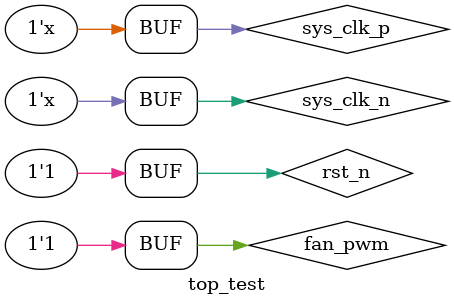
<source format=v>
`timescale 100ps / 1ps


module top_test;
reg sys_clk_p;
wire sys_clk_n;
reg rst_n;
reg fan_pwm;
	reg                     board1_adc1_clk_p; //adc1 clk from ad9627
	wire                     board1_adc1_clk_n;	
	reg  [11:0]             board1_adc1_data_p; //adc1 data
	wire  [11:0]             board1_adc1_data_n;


	reg                     board1_adc2_clk_p;//adc2 clk from ad9627
	wire                     board1_adc2_clk_n;
	reg [11:0]              board1_adc2_data_p;//adc2 data
	wire [11:0]              board1_adc2_data_n;
//for adc board1
    reg                     board2_adc1_clk_p;  //adc1 clk from ad9627
    wire                     board2_adc1_clk_n;    
    reg                     board2_adc1_data_p; //adc1 data
    wire                     board2_adc1_data_n;
    

    reg                     board2_adc2_clk_p;//adc2 clk from ad9627
    wire                     board2_adc2_clk_n;
    reg [11:0]              board2_adc2_data_p;//adc2 data
    wire [11:0]              board2_adc2_data_n;
top ust(
    .sys_clk_p(sys_clk_p),
    .sys_clk_n(sys_clk_n),
    .rst_n(rst_n),
    .fan_pwm(fan_pwm),
	.board1_adc1_clk_p(board1_adc1_clk_p), //adc1 clk from ad9627
	.board1_adc1_clk_n(board1_adc1_clk_n),
	.board1_adc1_data_p(board1_adc1_data_p),//adc1 data
	.board1_adc1_data_n(board1_adc1_data_n),
	.board1_adc2_clk_p(board1_adc2_clk_p),//adc2 clk from ad9627
	.board1_adc2_clk_n(board1_adc2_clk_n),
	.board1_adc2_data_p(board1_adc2_data_p),//adc2 data
	.board1_adc2_data_n(board1_adc2_data_n),
	.board2_adc1_clk_p(board1_adc1_clk_p), //adc1 clk from ad9627
    .board2_adc1_clk_n(board1_adc1_clk_n),
    .board2_adc1_data_p(board1_adc1_data_p),//adc1 data
    .board2_adc1_data_n(board1_adc1_data_n),
    .board2_adc2_clk_p(board1_adc2_clk_p),//adc2 clk from ad9627
    .board2_adc2_clk_n(board1_adc2_clk_n),
    .board2_adc2_data_p(board1_adc2_data_p),//adc2 data
    .board2_adc2_data_n(board1_adc2_data_n)
);
initial begin
  sys_clk_p = 0;
  rst_n = 0;
  fan_pwm = 1;
  #1000;
  rst_n=1;
  #20000;
end
always#25 sys_clk_p =~sys_clk_p;
assign sys_clk_n = ~sys_clk_p;

endmodule

</source>
